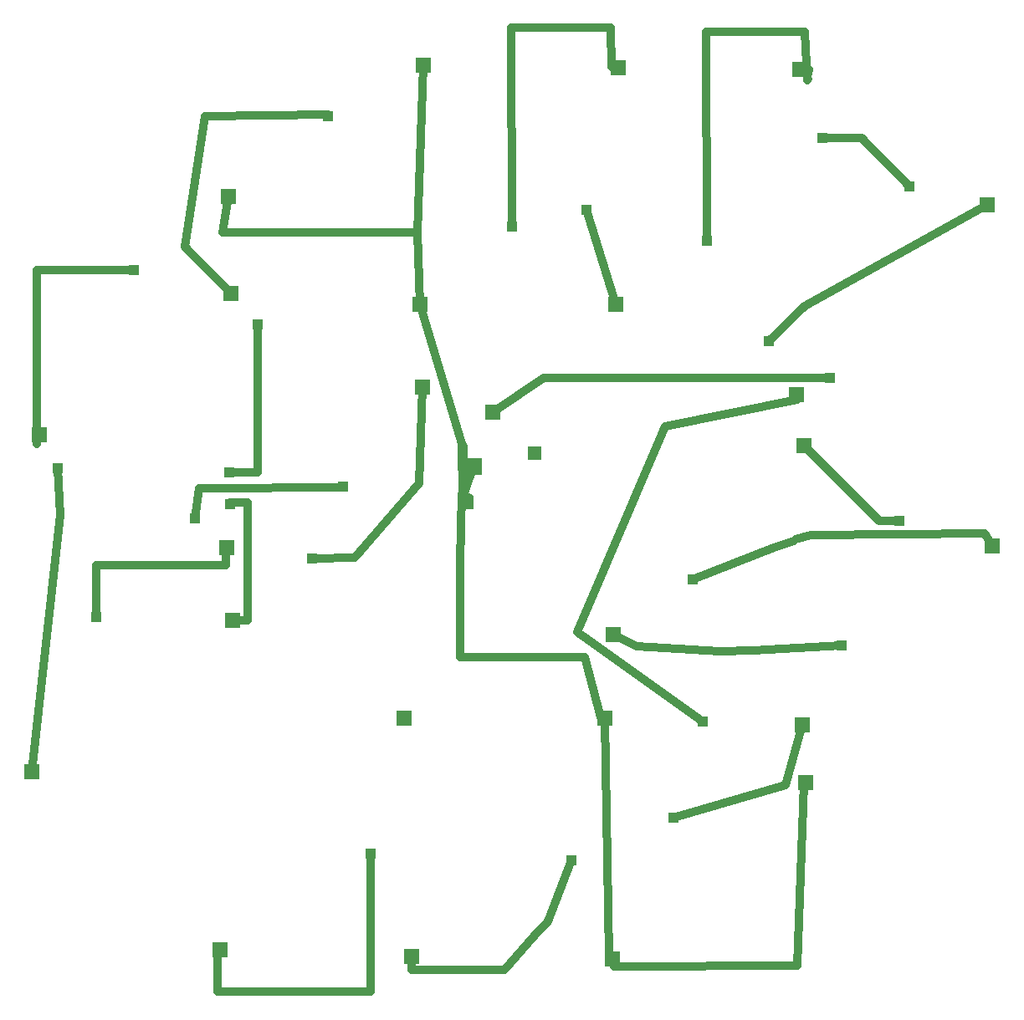
<source format=gbl>
G75*
%MOIN*%
%OFA0B0*%
%FSLAX25Y25*%
%IPPOS*%
%LPD*%
%AMOC8*
5,1,8,0,0,1.08239X$1,22.5*
%
%ADD10R,0.06000X0.06000*%
%ADD11C,0.04000*%
%ADD12C,0.03200*%
%ADD13R,0.06600X0.06600*%
%ADD14C,0.01600*%
%ADD15R,0.05315X0.05315*%
%ADD16R,0.03962X0.03962*%
%ADD17R,0.05906X0.05906*%
%ADD18C,0.02756*%
D10*
X0132562Y0068433D03*
X0208662Y0065733D03*
X0288662Y0064933D03*
X0365862Y0135233D03*
X0364362Y0158233D03*
X0289062Y0194333D03*
X0285662Y0161033D03*
X0205662Y0160733D03*
X0137262Y0199733D03*
X0134962Y0228933D03*
X0060362Y0273933D03*
X0136862Y0330233D03*
X0135862Y0368733D03*
X0212162Y0325833D03*
X0213162Y0293033D03*
X0290062Y0325733D03*
X0361962Y0289733D03*
X0364962Y0269533D03*
X0439962Y0229533D03*
X0438162Y0365533D03*
X0363562Y0419633D03*
X0291062Y0420233D03*
X0213362Y0421133D03*
X0057462Y0139533D03*
D11*
X0229162Y0249133D02*
X0231496Y0248707D01*
X0229562Y0249733D02*
X0229362Y0249933D01*
X0228962Y0269333D01*
D12*
X0192362Y0051833D02*
X0131562Y0051833D01*
X0131562Y0067133D01*
X0192362Y0051833D02*
X0192362Y0107033D01*
X0208662Y0065733D02*
X0208662Y0060633D01*
X0245862Y0060633D01*
X0257362Y0073933D01*
X0263062Y0079733D01*
X0272362Y0104233D01*
X0287762Y0066233D02*
X0289262Y0061733D01*
X0362362Y0062233D01*
X0365162Y0134733D01*
X0357762Y0134133D02*
X0364362Y0158233D01*
X0357762Y0134133D02*
X0313162Y0121233D01*
X0324862Y0159633D02*
X0274862Y0195133D01*
X0309762Y0277333D01*
X0362262Y0287933D01*
X0361962Y0289733D01*
X0375262Y0296633D02*
X0261562Y0296633D01*
X0241162Y0282933D01*
X0228962Y0269333D02*
X0212162Y0325833D01*
X0210979Y0354426D01*
X0133262Y0354426D01*
X0135862Y0368733D01*
X0118462Y0348833D02*
X0126262Y0400833D01*
X0175462Y0401433D01*
X0213362Y0421133D02*
X0210979Y0354426D01*
X0248662Y0357033D02*
X0248462Y0436133D01*
X0288062Y0436133D01*
X0288262Y0420533D01*
X0291062Y0420233D01*
X0325962Y0434633D02*
X0365462Y0434633D01*
X0366362Y0415133D01*
X0372462Y0392133D02*
X0388062Y0392133D01*
X0407162Y0373033D01*
X0438162Y0365533D02*
X0365362Y0325333D01*
X0351162Y0311133D01*
X0364962Y0269533D02*
X0395162Y0239633D01*
X0403162Y0239533D01*
X0437162Y0234433D02*
X0439962Y0229533D01*
X0437162Y0234433D02*
X0367762Y0233933D01*
X0361762Y0232233D01*
X0361062Y0231533D02*
X0353162Y0228933D01*
X0320862Y0216233D01*
X0331462Y0187433D02*
X0298462Y0189633D01*
X0289062Y0194333D01*
X0277762Y0185133D02*
X0227993Y0185133D01*
X0228093Y0223126D01*
X0228762Y0250133D01*
X0229362Y0249933D02*
X0233562Y0261233D01*
X0211862Y0254433D02*
X0186062Y0224933D01*
X0168962Y0224533D01*
X0143362Y0246833D02*
X0136262Y0246833D01*
X0143362Y0246833D02*
X0143362Y0199733D01*
X0137262Y0199733D01*
X0134762Y0222033D02*
X0134762Y0229333D01*
X0134962Y0228933D01*
X0134762Y0222033D02*
X0083162Y0222033D01*
X0083162Y0201133D01*
X0068662Y0241933D02*
X0057462Y0139533D01*
X0122562Y0240533D02*
X0124162Y0252533D01*
X0181262Y0252733D01*
X0211862Y0254433D02*
X0213162Y0293033D01*
X0147362Y0317733D02*
X0147362Y0258733D01*
X0135962Y0258733D01*
X0067662Y0260433D02*
X0068662Y0241933D01*
X0059362Y0270233D02*
X0059362Y0339633D01*
X0098062Y0339633D01*
X0118462Y0348833D02*
X0136862Y0330233D01*
X0228093Y0223126D02*
X0227962Y0220533D01*
X0227962Y0212733D01*
X0277762Y0185133D02*
X0284162Y0161233D01*
X0285662Y0161033D01*
X0287562Y0065733D01*
X0331462Y0187433D02*
X0344862Y0187733D01*
X0380162Y0190033D01*
X0290062Y0325733D02*
X0278362Y0363433D01*
X0326462Y0351233D02*
X0325962Y0434633D01*
D13*
X0233562Y0261233D03*
D14*
X0229362Y0249933D02*
X0230362Y0249133D01*
X0229162Y0249133D01*
X0228062Y0249133D01*
X0228762Y0250133D01*
X0229622Y0248333D02*
X0231496Y0248707D01*
X0230762Y0247033D02*
X0229622Y0248333D01*
X0227962Y0224733D02*
X0227962Y0220733D01*
X0227562Y0220733D01*
X0227562Y0222533D01*
X0227662Y0222533D01*
X0227662Y0224733D01*
X0227962Y0224733D01*
X0228462Y0221533D02*
X0228062Y0220733D01*
X0227962Y0220733D01*
X0228062Y0220733D02*
X0228062Y0220533D01*
X0227962Y0220533D01*
X0228462Y0220033D02*
X0228462Y0221533D01*
X0181262Y0252733D02*
X0181462Y0253133D01*
X0136262Y0246833D02*
X0136262Y0246333D01*
X0059362Y0270233D02*
X0060362Y0273933D01*
X0175462Y0400933D02*
X0175462Y0401433D01*
X0361062Y0231533D02*
X0361762Y0232233D01*
X0380162Y0190833D02*
X0380162Y0190033D01*
X0365862Y0135233D02*
X0365162Y0134733D01*
X0287762Y0066233D02*
X0287562Y0065733D01*
X0287762Y0066233D02*
X0288662Y0064933D01*
X0132562Y0068433D02*
X0131562Y0067133D01*
X0366362Y0415133D02*
X0367462Y0415933D01*
D15*
X0257862Y0266633D03*
X0230762Y0247033D03*
D16*
X0181462Y0253133D03*
X0168962Y0224533D03*
X0136262Y0246333D03*
X0135962Y0258733D03*
X0122562Y0240533D03*
X0083162Y0201133D03*
X0067662Y0260433D03*
X0147362Y0317733D03*
X0098062Y0339633D03*
X0175462Y0400933D03*
X0248662Y0357033D03*
X0278362Y0363433D03*
X0326462Y0351233D03*
X0351162Y0311133D03*
X0375262Y0296633D03*
X0403162Y0239533D03*
X0380162Y0190033D03*
X0324862Y0159633D03*
X0313162Y0121233D03*
X0272362Y0104233D03*
X0192362Y0107033D03*
X0320862Y0216233D03*
X0407162Y0373033D03*
X0372462Y0392133D03*
D17*
X0241162Y0282933D03*
D18*
X0366362Y0415133D02*
X0367462Y0419533D01*
X0363562Y0419633D01*
M02*

</source>
